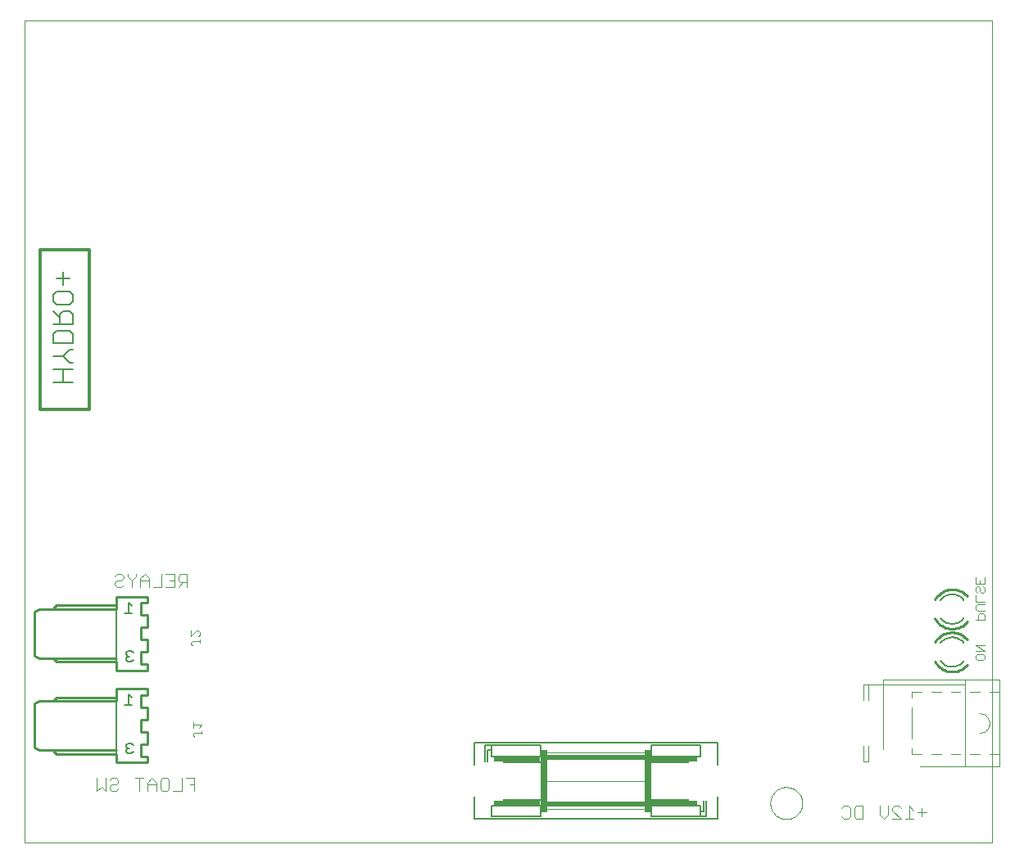
<source format=gbo>
G75*
G70*
%OFA0B0*%
%FSLAX24Y24*%
%IPPOS*%
%LPD*%
%AMOC8*
5,1,8,0,0,1.08239X$1,22.5*
%
%ADD10C,0.0000*%
%ADD11C,0.0040*%
%ADD12C,0.0070*%
%ADD13C,0.0120*%
%ADD14C,0.0030*%
%ADD15C,0.0060*%
%ADD16C,0.0020*%
%ADD17R,0.0250X0.0450*%
%ADD18R,0.0250X0.1600*%
%ADD19R,0.4000X0.0200*%
%ADD20R,0.1550X0.0050*%
%ADD21R,0.1900X0.0200*%
%ADD22C,0.0100*%
%ADD23C,0.0050*%
%ADD24C,0.0039*%
D10*
X000222Y000222D02*
X000222Y033686D01*
X039592Y033686D01*
X039592Y000222D01*
X000222Y000222D01*
X030572Y001822D02*
X030574Y001872D01*
X030580Y001922D01*
X030590Y001972D01*
X030603Y002020D01*
X030620Y002068D01*
X030641Y002114D01*
X030665Y002158D01*
X030693Y002200D01*
X030724Y002240D01*
X030758Y002277D01*
X030795Y002312D01*
X030834Y002343D01*
X030875Y002372D01*
X030919Y002397D01*
X030965Y002419D01*
X031012Y002437D01*
X031060Y002451D01*
X031109Y002462D01*
X031159Y002469D01*
X031209Y002472D01*
X031260Y002471D01*
X031310Y002466D01*
X031360Y002457D01*
X031408Y002445D01*
X031456Y002428D01*
X031502Y002408D01*
X031547Y002385D01*
X031590Y002358D01*
X031630Y002328D01*
X031668Y002295D01*
X031703Y002259D01*
X031736Y002220D01*
X031765Y002179D01*
X031791Y002136D01*
X031814Y002091D01*
X031833Y002044D01*
X031848Y001996D01*
X031860Y001947D01*
X031868Y001897D01*
X031872Y001847D01*
X031872Y001797D01*
X031868Y001747D01*
X031860Y001697D01*
X031848Y001648D01*
X031833Y001600D01*
X031814Y001553D01*
X031791Y001508D01*
X031765Y001465D01*
X031736Y001424D01*
X031703Y001385D01*
X031668Y001349D01*
X031630Y001316D01*
X031590Y001286D01*
X031547Y001259D01*
X031502Y001236D01*
X031456Y001216D01*
X031408Y001199D01*
X031360Y001187D01*
X031310Y001178D01*
X031260Y001173D01*
X031209Y001172D01*
X031159Y001175D01*
X031109Y001182D01*
X031060Y001193D01*
X031012Y001207D01*
X030965Y001225D01*
X030919Y001247D01*
X030875Y001272D01*
X030834Y001301D01*
X030795Y001332D01*
X030758Y001367D01*
X030724Y001404D01*
X030693Y001444D01*
X030665Y001486D01*
X030641Y001530D01*
X030620Y001576D01*
X030603Y001624D01*
X030590Y001672D01*
X030580Y001722D01*
X030574Y001772D01*
X030572Y001822D01*
D11*
X033473Y001620D02*
X033560Y001707D01*
X033733Y001707D01*
X033820Y001620D01*
X033820Y001274D01*
X033733Y001187D01*
X033560Y001187D01*
X033473Y001274D01*
X033989Y001274D02*
X033989Y001620D01*
X034076Y001707D01*
X034336Y001707D01*
X034336Y001187D01*
X034076Y001187D01*
X033989Y001274D01*
X035020Y001360D02*
X035194Y001187D01*
X035367Y001360D01*
X035367Y001707D01*
X035536Y001620D02*
X035622Y001707D01*
X035796Y001707D01*
X035883Y001620D01*
X035536Y001620D02*
X035536Y001534D01*
X035883Y001187D01*
X035536Y001187D01*
X035020Y001360D02*
X035020Y001707D01*
X036051Y001187D02*
X036398Y001187D01*
X036225Y001187D02*
X036225Y001707D01*
X036398Y001534D01*
X036567Y001447D02*
X036914Y001447D01*
X036740Y001620D02*
X036740Y001274D01*
X007445Y004641D02*
X007445Y004761D01*
X007445Y004701D02*
X007145Y004701D01*
X007085Y004641D01*
X007085Y004581D01*
X007145Y004521D01*
X007085Y004889D02*
X007085Y005130D01*
X007085Y005010D02*
X007445Y005010D01*
X007325Y004889D01*
X007133Y002842D02*
X006786Y002842D01*
X006617Y002842D02*
X006617Y002321D01*
X006270Y002321D01*
X006101Y002408D02*
X006015Y002321D01*
X005841Y002321D01*
X005755Y002408D01*
X005755Y002755D01*
X005841Y002842D01*
X006015Y002842D01*
X006101Y002755D01*
X006101Y002408D01*
X005586Y002321D02*
X005586Y002668D01*
X005412Y002842D01*
X005239Y002668D01*
X005239Y002321D01*
X005239Y002581D02*
X005586Y002581D01*
X005070Y002842D02*
X004723Y002842D01*
X004897Y002842D02*
X004897Y002321D01*
X004039Y002408D02*
X003952Y002321D01*
X003779Y002321D01*
X003692Y002408D01*
X003692Y002495D01*
X003779Y002581D01*
X003952Y002581D01*
X004039Y002668D01*
X004039Y002755D01*
X003952Y002842D01*
X003779Y002842D01*
X003692Y002755D01*
X003523Y002842D02*
X003523Y002321D01*
X003350Y002495D01*
X003176Y002321D01*
X003176Y002842D01*
X006959Y002581D02*
X007133Y002581D01*
X007133Y002321D02*
X007133Y002842D01*
X007053Y008239D02*
X006993Y008299D01*
X006993Y008359D01*
X007053Y008419D01*
X007353Y008419D01*
X007353Y008359D02*
X007353Y008479D01*
X007293Y008607D02*
X007353Y008667D01*
X007353Y008788D01*
X007293Y008848D01*
X007233Y008848D01*
X006993Y008607D01*
X006993Y008848D01*
X006836Y010634D02*
X006836Y011154D01*
X006575Y011154D01*
X006489Y011067D01*
X006489Y010894D01*
X006575Y010807D01*
X006836Y010807D01*
X006662Y010807D02*
X006489Y010634D01*
X006320Y010634D02*
X006320Y011154D01*
X005973Y011154D01*
X005804Y011154D02*
X005804Y010634D01*
X005457Y010634D01*
X005289Y010634D02*
X005289Y010981D01*
X005115Y011154D01*
X004942Y010981D01*
X004942Y010634D01*
X004942Y010894D02*
X005289Y010894D01*
X005973Y010634D02*
X006320Y010634D01*
X006320Y010894D02*
X006146Y010894D01*
X004773Y011067D02*
X004600Y010894D01*
X004600Y010634D01*
X004600Y010894D02*
X004426Y011067D01*
X004426Y011154D01*
X004257Y011067D02*
X004257Y010981D01*
X004171Y010894D01*
X003997Y010894D01*
X003911Y010807D01*
X003911Y010720D01*
X003997Y010634D01*
X004171Y010634D01*
X004257Y010720D01*
X004257Y011067D02*
X004171Y011154D01*
X003997Y011154D01*
X003911Y011067D01*
X004773Y011067D02*
X004773Y011154D01*
D12*
X004454Y009996D02*
X004454Y009566D01*
X004597Y009566D02*
X004310Y009566D01*
X004597Y009853D02*
X004454Y009996D01*
X004432Y008016D02*
X004360Y007945D01*
X004360Y007873D01*
X004432Y007801D01*
X004360Y007730D01*
X004360Y007658D01*
X004432Y007586D01*
X004576Y007586D01*
X004647Y007658D01*
X004504Y007801D02*
X004432Y007801D01*
X004432Y008016D02*
X004576Y008016D01*
X004647Y007945D01*
X004454Y006246D02*
X004454Y005816D01*
X004597Y005816D02*
X004310Y005816D01*
X004597Y006103D02*
X004454Y006246D01*
X004432Y004266D02*
X004360Y004195D01*
X004360Y004123D01*
X004432Y004051D01*
X004360Y003980D01*
X004360Y003908D01*
X004432Y003836D01*
X004576Y003836D01*
X004647Y003908D01*
X004504Y004051D02*
X004432Y004051D01*
X004432Y004266D02*
X004576Y004266D01*
X004647Y004195D01*
X002180Y018952D02*
X001390Y018952D01*
X001785Y018952D02*
X001785Y019479D01*
X002048Y019744D02*
X001785Y020008D01*
X001390Y020008D01*
X001785Y020008D02*
X002048Y020271D01*
X002180Y020271D01*
X002180Y020536D02*
X002180Y020931D01*
X002048Y021063D01*
X001521Y021063D01*
X001390Y020931D01*
X001390Y020536D01*
X002180Y020536D01*
X002180Y021328D02*
X001390Y021328D01*
X001653Y021328D02*
X001653Y021723D01*
X001785Y021855D01*
X002048Y021855D01*
X002180Y021723D01*
X002180Y021328D01*
X001653Y021591D02*
X001390Y021855D01*
X001521Y022120D02*
X001390Y022251D01*
X001390Y022515D01*
X001521Y022647D01*
X002048Y022647D01*
X002180Y022515D01*
X002180Y022251D01*
X002048Y022120D01*
X001521Y022120D01*
X001785Y022911D02*
X001785Y023438D01*
X002048Y023175D02*
X001521Y023175D01*
X002048Y019744D02*
X002180Y019744D01*
X002180Y019479D02*
X001390Y019479D01*
D13*
X000874Y017864D02*
X000874Y024364D01*
X002874Y024364D01*
X002874Y017864D01*
X000874Y017864D01*
D14*
X038918Y011012D02*
X038918Y010765D01*
X039288Y010765D01*
X039288Y011012D01*
X039103Y010889D02*
X039103Y010765D01*
X039041Y010644D02*
X038980Y010644D01*
X038918Y010582D01*
X038918Y010459D01*
X038980Y010397D01*
X038918Y010276D02*
X038918Y010029D01*
X039288Y010029D01*
X039288Y009907D02*
X038980Y009907D01*
X038918Y009846D01*
X038918Y009722D01*
X038980Y009661D01*
X039288Y009661D01*
X039227Y009539D02*
X039103Y009539D01*
X039041Y009477D01*
X039041Y009292D01*
X038918Y009292D02*
X039288Y009292D01*
X039288Y009477D01*
X039227Y009539D01*
X039227Y010397D02*
X039165Y010397D01*
X039103Y010459D01*
X039103Y010582D01*
X039041Y010644D01*
X039227Y010644D02*
X039288Y010582D01*
X039288Y010459D01*
X039227Y010397D01*
X039288Y008262D02*
X038918Y008262D01*
X039288Y008015D01*
X038918Y008015D01*
X038980Y007894D02*
X039227Y007894D01*
X039288Y007832D01*
X039288Y007709D01*
X039227Y007647D01*
X038980Y007647D01*
X038918Y007709D01*
X038918Y007832D01*
X038980Y007894D01*
D15*
X037972Y008572D02*
X037927Y008570D01*
X037881Y008565D01*
X037837Y008557D01*
X037793Y008545D01*
X037750Y008529D01*
X037708Y008511D01*
X037668Y008489D01*
X037630Y008465D01*
X037594Y008438D01*
X037559Y008408D01*
X037528Y008375D01*
X037498Y008340D01*
X037972Y008572D02*
X038017Y008570D01*
X038063Y008565D01*
X038107Y008557D01*
X038151Y008545D01*
X038194Y008529D01*
X038236Y008511D01*
X038276Y008489D01*
X038314Y008465D01*
X038350Y008438D01*
X038385Y008408D01*
X038416Y008375D01*
X038446Y008340D01*
X037972Y007372D02*
X037926Y007374D01*
X037880Y007379D01*
X037834Y007388D01*
X037789Y007400D01*
X037746Y007416D01*
X037704Y007435D01*
X037663Y007458D01*
X037624Y007483D01*
X037588Y007511D01*
X037553Y007542D01*
X037521Y007576D01*
X037492Y007612D01*
X037972Y007372D02*
X038019Y007374D01*
X038067Y007380D01*
X038113Y007389D01*
X038159Y007402D01*
X038203Y007418D01*
X038247Y007438D01*
X038288Y007462D01*
X038327Y007488D01*
X038364Y007518D01*
X038399Y007551D01*
X038431Y007586D01*
X038460Y007623D01*
X037498Y010090D02*
X037528Y010125D01*
X037559Y010158D01*
X037594Y010188D01*
X037630Y010215D01*
X037668Y010239D01*
X037708Y010261D01*
X037750Y010279D01*
X037793Y010295D01*
X037837Y010307D01*
X037881Y010315D01*
X037927Y010320D01*
X037972Y010322D01*
X038017Y010320D01*
X038063Y010315D01*
X038107Y010307D01*
X038151Y010295D01*
X038194Y010279D01*
X038236Y010261D01*
X038276Y010239D01*
X038314Y010215D01*
X038350Y010188D01*
X038385Y010158D01*
X038416Y010125D01*
X038446Y010090D01*
X037972Y009122D02*
X037926Y009124D01*
X037880Y009129D01*
X037834Y009138D01*
X037789Y009150D01*
X037746Y009166D01*
X037704Y009185D01*
X037663Y009208D01*
X037624Y009233D01*
X037588Y009261D01*
X037553Y009292D01*
X037521Y009326D01*
X037492Y009362D01*
X037972Y009122D02*
X038019Y009124D01*
X038067Y009130D01*
X038113Y009139D01*
X038159Y009152D01*
X038203Y009168D01*
X038247Y009188D01*
X038288Y009212D01*
X038327Y009238D01*
X038364Y009268D01*
X038399Y009301D01*
X038431Y009336D01*
X038460Y009373D01*
X028422Y004272D02*
X028422Y003372D01*
X027722Y003722D02*
X025722Y003722D01*
X025722Y004172D01*
X027722Y004172D01*
X027722Y003722D01*
X028422Y004272D02*
X018522Y004272D01*
X018522Y003372D01*
X018972Y003522D02*
X018972Y004172D01*
X019222Y004172D01*
X021222Y004172D01*
X021222Y003722D01*
X019222Y003722D01*
X019222Y003972D01*
X019072Y003972D01*
X019072Y003522D01*
X019222Y003972D02*
X019222Y004172D01*
X018522Y002072D02*
X018522Y001172D01*
X028422Y001172D01*
X028422Y002072D01*
X027972Y001922D02*
X027972Y001272D01*
X027722Y001272D01*
X025722Y001272D01*
X025722Y001722D01*
X027722Y001722D01*
X027722Y001472D01*
X027872Y001472D01*
X027872Y001922D01*
X027722Y001472D02*
X027722Y001272D01*
X021222Y001272D02*
X021222Y001722D01*
X019222Y001722D01*
X019222Y001272D01*
X021222Y001272D01*
D16*
X021472Y001572D02*
X025472Y001572D01*
X025522Y002722D02*
X021422Y002722D01*
X021472Y003872D02*
X025472Y003872D01*
D17*
X025597Y003747D03*
X025597Y001697D03*
X021347Y001697D03*
X021347Y003747D03*
D18*
X021347Y002722D03*
X025597Y002722D03*
D19*
X023472Y003672D03*
X023472Y001772D03*
D20*
X020447Y001947D03*
X020447Y003497D03*
X026497Y003497D03*
X026497Y001947D03*
D21*
X026672Y001822D03*
X026672Y003622D03*
X020272Y003622D03*
X020272Y001822D03*
D22*
X005222Y003472D02*
X003972Y003472D01*
X003972Y003822D01*
X001522Y003822D01*
X001382Y003952D01*
X000822Y003972D02*
X000622Y004072D01*
X000622Y004492D01*
X000622Y004452D02*
X000622Y005872D01*
X000822Y005972D01*
X003972Y005972D01*
X003972Y006472D01*
X005222Y006472D01*
X005222Y006222D01*
X004972Y006222D01*
X004972Y005722D01*
X005222Y005722D01*
X005222Y005222D01*
X004972Y005222D01*
X004972Y004722D01*
X005222Y004722D01*
X005222Y004222D01*
X004972Y004222D01*
X004972Y003722D01*
X005222Y003722D01*
X005222Y003472D01*
X003972Y003972D02*
X000822Y003972D01*
X001382Y005992D02*
X001522Y006122D01*
X003972Y006122D01*
X003972Y007222D02*
X003972Y007572D01*
X001522Y007572D01*
X001382Y007702D01*
X000822Y007722D02*
X000622Y007822D01*
X000622Y008242D01*
X000622Y008202D02*
X000622Y009622D01*
X000822Y009722D01*
X003972Y009722D01*
X003972Y010222D01*
X005222Y010222D01*
X005222Y009972D01*
X004972Y009972D01*
X004972Y009472D01*
X005222Y009472D01*
X005222Y008972D01*
X004972Y008972D01*
X004972Y008472D01*
X005222Y008472D01*
X005222Y007972D01*
X004972Y007972D01*
X004972Y007472D01*
X005222Y007472D01*
X005222Y007222D01*
X003972Y007222D01*
X003972Y007722D02*
X000822Y007722D01*
X001382Y009742D02*
X001522Y009872D01*
X003972Y009872D01*
X037277Y010119D02*
X037307Y010167D01*
X037340Y010212D01*
X037376Y010255D01*
X037414Y010296D01*
X037456Y010333D01*
X037500Y010368D01*
X037546Y010399D01*
X037595Y010428D01*
X037645Y010452D01*
X037697Y010473D01*
X037751Y010491D01*
X037805Y010504D01*
X037860Y010514D01*
X037916Y010520D01*
X037972Y010522D01*
X038025Y010520D01*
X038079Y010515D01*
X038131Y010506D01*
X038183Y010494D01*
X038234Y010478D01*
X038284Y010459D01*
X038333Y010436D01*
X038380Y010410D01*
X038425Y010382D01*
X038468Y010350D01*
X038508Y010316D01*
X038547Y010278D01*
X038583Y010239D01*
X037972Y008922D02*
X037918Y008924D01*
X037864Y008929D01*
X037811Y008938D01*
X037758Y008951D01*
X037707Y008967D01*
X037657Y008987D01*
X037608Y009010D01*
X037560Y009036D01*
X037515Y009065D01*
X037472Y009098D01*
X037431Y009133D01*
X037392Y009171D01*
X037356Y009211D01*
X037323Y009254D01*
X037293Y009299D01*
X037266Y009346D01*
X037972Y008922D02*
X038026Y008924D01*
X038079Y008929D01*
X038133Y008938D01*
X038185Y008951D01*
X038236Y008967D01*
X038287Y008987D01*
X038336Y009009D01*
X038383Y009035D01*
X038428Y009065D01*
X038471Y009097D01*
X038512Y009132D01*
X038551Y009170D01*
X038587Y009210D01*
X038583Y008489D02*
X038547Y008528D01*
X038508Y008566D01*
X038468Y008600D01*
X038425Y008632D01*
X038380Y008660D01*
X038333Y008686D01*
X038284Y008709D01*
X038234Y008728D01*
X038183Y008744D01*
X038131Y008756D01*
X038079Y008765D01*
X038025Y008770D01*
X037972Y008772D01*
X037916Y008770D01*
X037860Y008764D01*
X037805Y008754D01*
X037751Y008741D01*
X037697Y008723D01*
X037645Y008702D01*
X037595Y008678D01*
X037546Y008649D01*
X037500Y008618D01*
X037456Y008583D01*
X037414Y008546D01*
X037376Y008505D01*
X037340Y008462D01*
X037307Y008417D01*
X037277Y008369D01*
X037972Y007172D02*
X038026Y007174D01*
X038079Y007179D01*
X038133Y007188D01*
X038185Y007201D01*
X038236Y007217D01*
X038287Y007237D01*
X038336Y007259D01*
X038383Y007285D01*
X038428Y007315D01*
X038471Y007347D01*
X038512Y007382D01*
X038551Y007420D01*
X038587Y007460D01*
X037972Y007172D02*
X037918Y007174D01*
X037864Y007179D01*
X037811Y007188D01*
X037758Y007201D01*
X037707Y007217D01*
X037657Y007237D01*
X037608Y007260D01*
X037560Y007286D01*
X037515Y007315D01*
X037472Y007348D01*
X037431Y007383D01*
X037392Y007421D01*
X037356Y007461D01*
X037323Y007504D01*
X037293Y007549D01*
X037266Y007596D01*
D23*
X003972Y007572D02*
X003972Y009722D01*
X003972Y005972D02*
X003972Y003822D01*
D24*
X034372Y003507D02*
X034372Y004157D01*
X034569Y004157D02*
X034569Y003507D01*
X034372Y003507D01*
X035160Y004007D02*
X035160Y006657D01*
X034569Y006657D01*
X034569Y006007D01*
X034372Y006007D02*
X034372Y006657D01*
X034569Y006657D01*
X035160Y006657D02*
X035160Y006853D01*
X039884Y006853D01*
X039884Y006342D01*
X039490Y006342D01*
X039097Y006342D02*
X038703Y006342D01*
X038506Y006657D02*
X035160Y006657D01*
X036341Y006342D02*
X036341Y006105D01*
X036341Y006342D02*
X036734Y006342D01*
X037128Y006342D02*
X037522Y006342D01*
X037916Y006342D02*
X038309Y006342D01*
X038506Y006657D02*
X038506Y006853D01*
X038506Y006657D02*
X038506Y003310D01*
X038309Y003822D02*
X037916Y003822D01*
X037522Y003822D02*
X037128Y003822D01*
X036734Y003822D02*
X036341Y003822D01*
X036341Y004058D01*
X036341Y004452D02*
X036341Y004688D01*
X036341Y005475D01*
X036341Y005712D01*
X038703Y003822D02*
X039097Y003822D01*
X039490Y003822D02*
X039884Y003822D01*
X039884Y006342D01*
X039097Y005476D02*
X039136Y005474D01*
X039174Y005468D01*
X039211Y005459D01*
X039248Y005446D01*
X039283Y005429D01*
X039316Y005410D01*
X039347Y005387D01*
X039376Y005361D01*
X039402Y005332D01*
X039425Y005301D01*
X039444Y005268D01*
X039461Y005233D01*
X039474Y005196D01*
X039483Y005159D01*
X039489Y005121D01*
X039491Y005082D01*
X039489Y005043D01*
X039483Y005005D01*
X039474Y004968D01*
X039461Y004931D01*
X039444Y004896D01*
X039425Y004863D01*
X039402Y004832D01*
X039376Y004803D01*
X039347Y004777D01*
X039316Y004754D01*
X039283Y004735D01*
X039248Y004718D01*
X039211Y004705D01*
X039174Y004696D01*
X039136Y004690D01*
X039097Y004688D01*
X039884Y003822D02*
X039884Y003310D01*
X036660Y003310D01*
M02*

</source>
